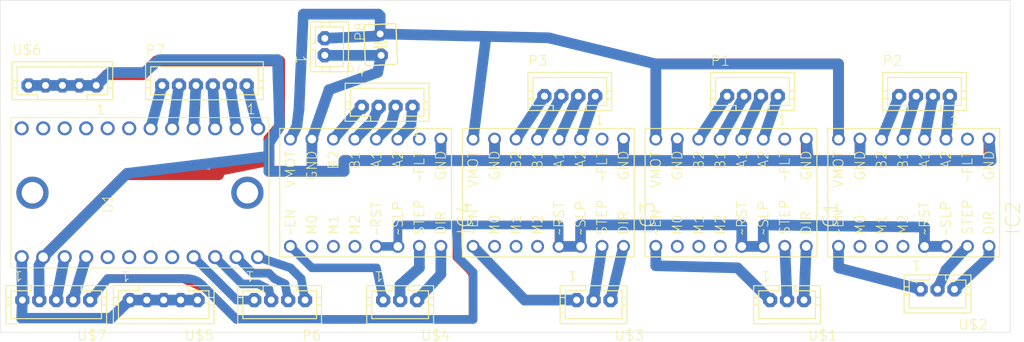
<source format=kicad_pcb>
(kicad_pcb (version 20240108) (generator "pcbnew") (generator_version "8.0")
  (layers (0 "F.Cu" signal) (31 "B.Cu" signal) (34 "B.Paste" user) (35 "F.Paste" user) (36 "B.SilkS" user "B.Silkscreen") (37 "F.SilkS" user "F.Silkscreen") (38 "B.Mask" user) (39 "F.Mask" user) (44 "Edge.Cuts" user))
  (net 0 "")
  (net 1 "N$1")
  (net 2 "N$2")
  (net 3 "N$3")
  (net 4 "N$4")
  (net 5 "N$5")
  (net 6 "N$6")
  (net 7 "N$7")
  (net 8 "N$8")
  (net 9 "N$9")
  (net 10 "N$10")
  (net 11 "N$11")
  (net 12 "N$12")
  (net 13 "N$13")
  (net 14 "N$14")
  (net 15 "N$15")
  (net 16 "N$16")
  (net 17 "N$17")
  (net 18 "N$18")
  (net 19 "N$19")
  (net 20 "N$22")
  (net 21 "N$23")
  (net 22 "N$24")
  (net 23 "N$25")
  (net 24 "N$26")
  (net 25 "N$27")
  (net 26 "N$29")
  (net 27 "N$30")
  (net 28 "N$31")
  (net 29 "N$32")
  (net 30 "N$34")
  (net 31 "N$35")
  (net 32 "N$36")
  (net 33 "N$37")
  (net 34 "N$38")
  (net 35 "N$44")
  (net 36 "N$47")
  (net 37 "N$48")
  (net 38 "N$49")
  (net 39 "N$20")
  (net 40 "N$21")
  (net 41 "N$28")
  (net 42 "N$33")
  (net 43 "N$39")
  (net 44 "N$40")
  (footprint "JST-PH6" (layer "F.Cu") (at 112.9511 95.4406)
    (property "Reference" "P7")
    (property "Value" "" (hide yes))
  )
  (footprint "JST-PH4" (layer "F.Cu") (at 156.1311 96.7106)
    (property "Reference" "P3")
    (property "Value" "" (hide yes))
  )
  (footprint "JST-PH3" (layer "F.Cu") (at 159.9411 120.8406 180)
    (property "Reference" "U$3")
    (property "Value" "JST-PH3" (hide yes))
  )
  (footprint "JST-PH4" (layer "F.Cu") (at 134.5411 97.9806)
    (property "Reference" "P4")
    (property "Value" "" (hide yes))
  )
  (footprint "JST-PH3" (layer "F.Cu") (at 137.0811 120.8406 180)
    (property "Reference" "U$4")
    (property "Value" "JST-PH3" (hide yes))
  )
  (footprint "DRV8825" (layer "F.Cu") (at 132.0011 108.1406 90)
    (property "Reference" "IC4")
    (property "Value" "2987-DRV8825")
  )
  (footprint "DRV8825" (layer "F.Cu") (at 175.1811 108.1406 90)
    (property "Reference" "IC1")
    (property "Value" "2987-DRV8825")
  )
  (footprint "DRV8825" (layer "F.Cu") (at 196.7711 108.1406 90)
    (property "Reference" "IC2")
    (property "Value" "2987-DRV8825")
  )
  (footprint "C2.5-4_116" (layer "F.Cu") (at 133.7791 90.6146 -87.4)
    (property "Reference" "C1" (hide yes))
    (property "Value" "")
  )
  (footprint "JST-PH5" (layer "F.Cu") (at 96.4411 120.8406 180)
    (property "Reference" "U$7")
    (property "Value" "JST-PH5" (hide yes))
  )
  (footprint "JST-PH5" (layer "F.Cu") (at 109.1411 120.8406 180)
    (property "Reference" "U$5")
    (property "Value" "JST-PH5" (hide yes))
  )
  (footprint "JST-PH4" (layer "F.Cu") (at 198.0411 96.7106)
    (property "Reference" "P2")
    (property "Value" "" (hide yes))
  )
  (footprint "JST-PH4" (layer "F.Cu") (at 121.8411 120.8406 180)
    (property "Reference" "P6")
    (property "Value" "" (hide yes))
  )
  (footprint "JST-PH2" (layer "F.Cu") (at 127.1751 90.8686 -90)
    (property "Reference" "P8")
    (property "Value" "" (hide yes))
  )
  (footprint "JST-PH5" (layer "F.Cu") (at 95.1711 95.4406)
    (property "Reference" "U$6")
    (property "Value" "JST-PH5" (hide yes))
  )
  (footprint "JST-PH4" (layer "F.Cu") (at 177.7211 96.7106)
    (property "Reference" "P1")
    (property "Value" "" (hide yes))
  )
  (footprint "2717" (layer "F.Cu") (at 105.3311 108.1406 90)
    (property "Reference" "U1")
    (property "Value" "2717")
  )
  (footprint "JST-PH3" (layer "F.Cu") (at 182.8011 120.8406 180)
    (property "Reference" "U$1")
    (property "Value" "JST-PH3" (hide yes))
  )
  (footprint "JST-PH3" (layer "F.Cu") (at 200.5811 119.5706 180)
    (property "Reference" "U$2")
    (property "Value" "JST-PH3" (hide yes))
  )
  (footprint "DRV8825" (layer "F.Cu") (at 153.5911 108.1406 90)
    (property "Reference" "IC3")
    (property "Value" "2987-DRV8825" (hide yes))
  )
  (gr_line (start 88.8211 85.3566) (end 88.8211 124.6506) (stroke (width 0.05)) (layer "Edge.Cuts"))
  (gr_line (start 208.1811 124.6506) (end 208.1811 85.3566) (stroke (width 0.05)) (layer "Edge.Cuts"))
  (gr_line (start 208.1811 85.3566) (end 88.8211 85.3566) (stroke (width 0.05)) (layer "Edge.Cuts"))
  (gr_line (start 88.8211 124.6506) (end 208.1811 124.6506) (stroke (width 0.05)) (layer "Edge.Cuts"))
  (segment (start 171.3711 101.7906) (end 174.7211 96.7106) (width 1.27) (layer "B.Cu") (net 1))
  (segment (start 173.9111 101.7906) (end 176.7211 96.7106) (width 1.27) (layer "B.Cu") (net 2))
  (segment (start 176.4511 101.7906) (end 178.7211 96.7106) (width 1.27) (layer "B.Cu") (net 3))
  (segment (start 178.9911 101.7906) (end 180.7211 96.7106) (width 1.27) (layer "B.Cu") (net 4))
  (segment (start 195.0411 96.7106) (end 192.9611 101.7906) (width 1.27) (layer "B.Cu") (net 5))
  (segment (start 195.5011 101.7906) (end 197.0411 96.7106) (width 1.27) (layer "B.Cu") (net 6))
  (segment (start 198.0411 101.7906) (end 199.0411 96.7106) (width 1.27) (layer "B.Cu") (net 7))
  (segment (start 200.5811 101.7906) (end 201.0411 96.7106) (width 1.27) (layer "B.Cu") (net 8))
  (segment (start 157.4011 101.7906) (end 159.1311 96.7106) (width 1.27) (layer "B.Cu") (net 9))
  (segment (start 154.8611 101.7906) (end 157.1311 96.7106) (width 1.27) (layer "B.Cu") (net 10))
  (segment (start 152.3211 101.7906) (end 155.1311 96.7106) (width 1.27) (layer "B.Cu") (net 11))
  (segment (start 149.7811 101.7906) (end 153.1311 96.7106) (width 1.27) (layer "B.Cu") (net 12))
  (segment (start 128.1911 101.7906) (end 131.5411 97.9806) (width 1.27) (layer "B.Cu") (net 13))
  (segment (start 132.7631 99.7586) (end 133.5411 97.9806) (width 1.27) (layer "B.Cu") (net 14))
  (segment (start 130.7311 101.7906) (end 132.7631 99.7586) (width 1.27) (layer "B.Cu") (net 14))
  (segment (start 133.2711 101.7906) (end 135.0491 100.0126) (width 1.27) (layer "B.Cu") (net 15))
  (segment (start 135.0491 100.0126) (end 135.5411 97.9806) (width 1.27) (layer "B.Cu") (net 15))
  (segment (start 137.3351 100.2666) (end 137.5411 97.9806) (width 1.27) (layer "B.Cu") (net 16))
  (segment (start 135.8111 101.7906) (end 137.3351 100.2666) (width 1.27) (layer "B.Cu") (net 16))
  (segment (start 138.0811 120.8406) (end 140.8911 117.7926) (width 1.27) (layer "B.Cu") (net 17))
  (segment (start 140.8911 117.7926) (end 140.8911 114.4906) (width 1.27) (layer "B.Cu") (net 17))
  (segment (start 136.0651 119.0626) (end 138.3511 117.0306) (width 1.27) (layer "B.Cu") (net 18))
  (segment (start 136.0811 120.8406) (end 136.0651 119.0626) (width 1.27) (layer "B.Cu") (net 18))
  (segment (start 138.3511 117.0306) (end 138.3511 114.4906) (width 1.27) (layer "B.Cu") (net 18))
  (segment (start 123.1111 114.4906) (end 125.6511 117.0306) (width 1.016) (layer "B.Cu") (net 19))
  (segment (start 125.6511 117.0306) (end 133.2711 117.0306) (width 1.016) (layer "B.Cu") (net 19))
  (segment (start 133.2711 117.0306) (end 134.0811 120.8406) (width 1.016) (layer "B.Cu") (net 19))
  (segment (start 160.9411 120.8406) (end 162.4811 114.4906) (width 1.27) (layer "B.Cu") (net 20))
  (segment (start 158.9411 120.8406) (end 159.9411 114.4906) (width 1.27) (layer "B.Cu") (net 21))
  (segment (start 156.9411 120.8406) (end 150.7971 120.8406) (width 1.27) (layer "B.Cu") (net 22))
  (segment (start 150.7971 120.8406) (end 144.7011 114.4906) (width 1.27) (layer "B.Cu") (net 22))
  (segment (start 205.6611 115.7606) (end 205.6611 114.4906) (width 1.27) (layer "B.Cu") (net 23))
  (segment (start 201.5811 119.5706) (end 205.6611 115.7606) (width 1.27) (layer "B.Cu") (net 23))
  (segment (start 200.5811 117.2846) (end 203.1211 114.4906) (width 1.27) (layer "B.Cu") (net 24))
  (segment (start 199.5811 119.5706) (end 200.5811 117.2846) (width 1.27) (layer "B.Cu") (net 24))
  (segment (start 187.8811 117.0306) (end 187.8811 114.4906) (width 1.27) (layer "B.Cu") (net 25))
  (segment (start 197.5811 119.5706) (end 187.8811 117.0306) (width 1.27) (layer "B.Cu") (net 25))
  (segment (start 187.8811 92.9006) (end 166.2911 92.9006) (width 1.27) (layer "F.Cu") (net 26))
  (segment (start 187.8811 101.7906) (end 187.8811 92.9006) (width 1.27) (layer "F.Cu") (net 26))
  (segment (start 166.2911 101.7906) (end 166.2911 92.9006) (width 1.27) (layer "F.Cu") (net 26))
  (segment (start 133.721487 87.203988) (end 133.5251 87.0076) (width 1.27) (layer "B.Cu") (net 26))
  (segment (start 133.721487 89.34591) (end 133.479315 89.588082) (width 1.27) (layer "B.Cu") (net 26))
  (segment (start 124.6351 87.0076) (end 124.1271 98.2346) (width 1.27) (layer "B.Cu") (net 26))
  (segment (start 123.8731 100.2666) (end 123.1111 101.7906) (width 1.27) (layer "B.Cu") (net 26))
  (segment (start 133.479315 89.588082) (end 127.1751 89.8686) (width 1.27) (layer "B.Cu") (net 26))
  (segment (start 187.8811 92.9006) (end 187.8811 101.7906) (width 1.27) (layer "B.Cu") (net 26))
  (segment (start 153.602656 89.805857) (end 153.815593 89.857794) (width 1.27) (layer "B.Cu") (net 26))
  (segment (start 146.236 89.635432) (end 153.602656 89.805857) (width 1.27) (layer "B.Cu") (net 26))
  (segment (start 133.721487 89.34591) (end 146.236 89.635432) (width 1.27) (layer "B.Cu") (net 26))
  (segment (start 124.1271 98.2346) (end 123.8731 100.2666) (width 1.27) (layer "B.Cu") (net 26))
  (segment (start 133.721487 89.34591) (end 133.721487 87.203988) (width 1.27) (layer "B.Cu") (net 26))
  (segment (start 153.815593 89.857794) (end 166.2911 92.9006) (width 1.27) (layer "B.Cu") (net 26))
  (segment (start 144.7011 101.7906) (end 146.236 89.635432) (width 1.27) (layer "B.Cu") (net 26))
  (segment (start 133.5251 87.0076) (end 124.6351 87.0076) (width 1.27) (layer "B.Cu") (net 26))
  (segment (start 187.8811 92.9006) (end 166.2911 92.9006) (width 1.27) (layer "B.Cu") (net 26))
  (segment (start 166.2911 101.7906) (end 166.2911 92.9006) (width 1.27) (layer "B.Cu") (net 26))
  (segment (start 183.8011 120.8406) (end 184.0711 114.4906) (width 1.27) (layer "B.Cu") (net 27))
  (segment (start 181.8011 120.8406) (end 181.5311 114.4906) (width 1.27) (layer "B.Cu") (net 28))
  (segment (start 166.2911 116.7766) (end 166.2911 114.4906) (width 1.27) (layer "B.Cu") (net 29))
  (segment (start 175.9431 117.0306) (end 166.2911 116.7766) (width 1.27) (layer "B.Cu") (net 29))
  (segment (start 179.8011 120.8406) (end 175.9431 117.0306) (width 1.27) (layer "B.Cu") (net 29))
  (segment (start 129.4611 104.3306) (end 129.4611 105.6006) (width 1.27) (layer "F.Cu") (net 30))
  (segment (start 205.6611 101.7906) (end 205.6611 104.3306) (width 1.27) (layer "F.Cu") (net 30))
  (segment (start 190.4211 101.7906) (end 190.4211 104.3306) (width 1.27) (layer "F.Cu") (net 30))
  (segment (start 162.4811 104.3306) (end 147.2411 104.3306) (width 1.27) (layer "F.Cu") (net 30))
  (segment (start 103.6547 106.007) (end 93.9011 115.7606) (width 1.27) (layer "F.Cu") (net 30))
  (segment (start 190.4211 104.3306) (end 184.0711 104.3306) (width 1.27) (layer "F.Cu") (net 30))
  (segment (start 114.218731 105.6006) (end 120.5711 104.3306) (width 1.27) (layer "F.Cu") (net 30))
  (segment (start 184.0711 104.3306) (end 168.8311 104.3306) (width 1.27) (layer "F.Cu") (net 30))
  (segment (start 205.6611 104.3306) (end 190.4211 104.3306) (width 1.27) (layer "F.Cu") (net 30))
  (segment (start 121.8411 100.271488) (end 120.5711 101.7906) (width 1.27) (layer "F.Cu") (net 30))
  (segment (start 184.0711 101.7906) (end 184.0711 104.3306) (width 1.27) (layer "F.Cu") (net 30))
  (segment (start 121.8411 92.545) (end 121.8411 100.271488) (width 1.27) (layer "F.Cu") (net 30))
  (segment (start 120.5711 104.3306) (end 120.5711 105.6006) (width 1.27) (layer "F.Cu") (net 30))
  (segment (start 100.1711 95.4406) (end 101.4411 94.1706) (width 1.27) (layer "F.Cu") (net 30))
  (segment (start 162.4811 101.7906) (end 162.4811 104.3306) (width 1.27) (layer "F.Cu") (net 30))
  (segment (start 105.65215 94.1706) (end 101.4411 94.1706) (width 1.27) (layer "F.Cu") (net 30))
  (segment (start 147.2411 101.7906) (end 147.2411 104.3306) (width 1.27) (layer "F.Cu") (net 30))
  (segment (start 114.625131 106.007) (end 103.6547 106.007) (width 1.27) (layer "F.Cu") (net 30))
  (segment (start 168.8311 104.3306) (end 162.4811 104.3306) (width 1.27) (layer "F.Cu") (net 30))
  (segment (start 168.8311 101.7906) (end 168.8311 104.3306) (width 1.27) (layer "F.Cu") (net 30))
  (segment (start 114.625131 106.007) (end 114.218731 105.6006) (width 1.27) (layer "F.Cu") (net 30))
  (segment (start 147.2411 104.3306) (end 140.8911 104.3306) (width 1.27) (layer "F.Cu") (net 30))
  (segment (start 140.8911 104.3306) (end 129.4611 104.3306) (width 1.27) (layer "F.Cu") (net 30))
  (segment (start 105.65215 94.1706) (end 107.27775 92.545) (width 1.27) (layer "F.Cu") (net 30))
  (segment (start 120.5711 101.7906) (end 120.5711 104.3306) (width 1.27) (layer "F.Cu") (net 30))
  (segment (start 129.4611 105.6006) (end 120.5711 105.6006) (width 1.27) (layer "F.Cu") (net 30))
  (segment (start 140.8911 101.7906) (end 140.8911 104.3306) (width 1.27) (layer "F.Cu") (net 30))
  (segment (start 107.27775 92.545) (end 121.8411 92.545) (width 1.27) (layer "F.Cu") (net 30))
  (segment (start 190.4211 101.7906) (end 190.4211 104.3306) (width 1.27) (layer "B.Cu") (net 30))
  (segment (start 190.4211 104.3306) (end 184.3251 104.3306) (width 1.27) (layer "B.Cu") (net 30))
  (segment (start 133.836709 91.883294) (end 127.511612 91.883294) (width 1.27) (layer "B.Cu") (net 30))
  (segment (start 94.1711 95.4406) (end 96.1711 95.4406) (width 1.27) (layer "B.Cu") (net 30))
  (segment (start 168.8311 104.3306) (end 162.4811 104.3306) (width 1.27) (layer "B.Cu") (net 30))
  (segment (start 127.6831 95.9486) (end 133.429381 93.896357) (width 1.27) (layer "B.Cu") (net 30))
  (segment (start 103.8071 105.8546) (end 120.5711 103.8226) (width 1.27) (layer "B.Cu") (net 30))
  (segment (start 101.7751 93.9166) (end 105.8391 93.9166) (width 1.27) (layer "B.Cu") (net 30))
  (segment (start 162.4811 104.3306) (end 147.2411 104.3306) (width 1.27) (layer "B.Cu") (net 30))
  (segment (start 98.1711 95.4406) (end 100.1711 95.4406) (width 1.27) (layer "B.Cu") (net 30))
  (segment (start 147.2411 104.3306) (end 140.8911 104.3306) (width 1.27) (layer "B.Cu") (net 30))
  (segment (start 120.5711 103.8226) (end 120.5711 105.6006) (width 1.27) (layer "B.Cu") (net 30))
  (segment (start 120.5711 105.6006) (end 125.6511 105.6006) (width 1.27) (layer "B.Cu") (net 30))
  (segment (start 93.4411 120.8406) (end 93.3931 116.7766) (width 1.27) (layer "B.Cu") (net 30))
  (segment (start 205.6611 101.7906) (end 205.9151 104.3306) (width 1.27) (layer "B.Cu") (net 30))
  (segment (start 107.6171 92.3926) (end 121.5871 92.3926) (width 1.27) (layer "B.Cu") (net 30))
  (segment (start 105.8391 93.9166) (end 107.6171 92.3926) (width 1.27) (layer "B.Cu") (net 30))
  (segment (start 125.6511 101.7906) (end 125.6511 105.6006) (width 1.27) (layer "B.Cu") (net 30))
  (segment (start 121.8411 100.2666) (end 120.5711 102.2986) (width 1.27) (layer "B.Cu") (net 30))
  (segment (start 96.1711 95.4406) (end 98.1711 95.4406) (width 1.27) (layer "B.Cu") (net 30))
  (segment (start 93.9011 115.7606) (end 103.8071 105.8546) (width 1.27) (layer "B.Cu") (net 30))
  (segment (start 168.8311 104.3306) (end 168.8311 101.7906) (width 1.27) (layer "B.Cu") (net 30))
  (segment (start 129.4611 105.6006) (end 129.4611 104.3306) (width 1.27) (layer "B.Cu") (net 30))
  (segment (start 92.1711 95.4406) (end 94.1711 95.4406) (width 1.27) (layer "B.Cu") (net 30))
  (segment (start 147.2411 104.3306) (end 147.2411 101.7906) (width 1.27) (layer "B.Cu") (net 30))
  (segment (start 127.511612 91.883294) (end 127.1751 91.8686) (width 1.27) (layer "B.Cu") (net 30))
  (segment (start 184.3251 104.3306) (end 168.8311 104.3306) (width 1.27) (layer "B.Cu") (net 30))
  (segment (start 121.5871 92.3926) (end 121.8411 100.2666) (width 1.27) (layer "B.Cu") (net 30))
  (segment (start 133.429381 93.896357) (end 133.836709 91.883294) (width 1.27) (layer "B.Cu") (net 30))
  (segment (start 127.1751 91.8686) (end 127.202781 91.845741) (width 1.27) (layer "B.Cu") (net 30))
  (segment (start 125.6511 105.6006) (end 129.4611 105.6006) (width 1.27) (layer "B.Cu") (net 30))
  (segment (start 125.6511 101.7906) (end 127.6831 95.9486) (width 1.27) (layer "B.Cu") (net 30))
  (segment (start 100.1711 95.4406) (end 101.7751 93.9166) (width 1.27) (layer "B.Cu") (net 30))
  (segment (start 120.5711 102.2986) (end 120.5711 103.8226) (width 1.27) (layer "B.Cu") (net 30))
  (segment (start 93.3931 116.7766) (end 93.9011 115.7606) (width 1.27) (layer "B.Cu") (net 30))
  (segment (start 140.8911 104.3306) (end 140.8911 101.7906) (width 1.27) (layer "B.Cu") (net 30))
  (segment (start 162.4811 104.3306) (end 162.4811 101.7906) (width 1.27) (layer "B.Cu") (net 30))
  (segment (start 184.3251 104.3306) (end 184.0711 101.7906) (width 1.27) (layer "B.Cu") (net 30))
  (segment (start 140.8911 104.3306) (end 129.4611 104.3306) (width 1.27) (layer "B.Cu") (net 30))
  (segment (start 205.9151 104.3306) (end 190.4211 104.3306) (width 1.27) (layer "B.Cu") (net 30))
  (segment (start 111.6811 115.7606) (end 116.7611 120.8406) (width 1.016) (layer "B.Cu") (net 31))
  (segment (start 116.7611 120.8406) (end 118.8411 120.8406) (width 1.016) (layer "B.Cu") (net 31))
  (segment (start 119.3011 118.9356) (end 120.5711 119.5706) (width 1.016) (layer "B.Cu") (net 32))
  (segment (start 120.5711 119.5706) (end 120.8411 120.8406) (width 1.016) (layer "B.Cu") (net 32))
  (segment (start 114.2211 115.7606) (end 117.3961 118.9356) (width 1.016) (layer "B.Cu") (net 32))
  (segment (start 117.3961 118.9356) (end 119.3011 118.9356) (width 1.016) (layer "B.Cu") (net 32))
  (segment (start 120.5711 117.6656) (end 121.2061 118.3006) (width 1.016) (layer "B.Cu") (net 33))
  (segment (start 122.4761 118.9356) (end 122.8411 120.8406) (width 1.016) (layer "B.Cu") (net 33))
  (segment (start 116.7611 115.7606) (end 118.6661 117.6656) (width 1.016) (layer "B.Cu") (net 33))
  (segment (start 121.2061 118.3006) (end 122.4761 118.9356) (width 1.016) (layer "B.Cu") (net 33))
  (segment (start 118.6661 117.6656) (end 120.5711 117.6656) (width 1.016) (layer "B.Cu") (net 33))
  (segment (start 119.3011 115.7606) (end 123.1111 117.0306) (width 1.016) (layer "B.Cu") (net 34))
  (segment (start 124.3811 118.3006) (end 124.8411 120.8406) (width 1.016) (layer "B.Cu") (net 34))
  (segment (start 123.1111 117.0306) (end 124.3811 118.3006) (width 1.016) (layer "B.Cu") (net 34))
  (segment (start 119.3011 100.5206) (end 117.9511 95.4406) (width 1.27) (layer "B.Cu") (net 35))
  (segment (start 95.4411 120.8406) (end 96.4411 115.7606) (width 1.27) (layer "B.Cu") (net 36))
  (segment (start 97.4411 120.8406) (end 98.9811 115.7606) (width 1.27) (layer "B.Cu") (net 37))
  (segment (start 112.1411 120.8406) (end 110.1411 120.8406) (width 1.27) (layer "B.Cu") (net 38))
  (segment (start 91.3611 122.9996) (end 91.4411 120.8406) (width 1.27) (layer "B.Cu") (net 38))
  (segment (start 91.4411 120.8406) (end 91.3611 115.7606) (width 1.27) (layer "B.Cu") (net 38))
  (segment (start 104.1411 120.8406) (end 102.0291 122.8726) (width 1.27) (layer "B.Cu") (net 38))
  (segment (start 108.1411 120.8406) (end 106.1411 120.8406) (width 1.27) (layer "B.Cu") (net 38))
  (segment (start 110.1411 120.8406) (end 108.1411 120.8406) (width 1.27) (layer "B.Cu") (net 38))
  (segment (start 106.1411 120.8406) (end 104.1411 120.8406) (width 1.27) (layer "B.Cu") (net 38))
  (segment (start 102.0291 122.8726) (end 101.9021 122.9996) (width 1.27) (layer "B.Cu") (net 38))
  (segment (start 101.9021 122.9996) (end 91.3611 122.9996) (width 1.27) (layer "B.Cu") (net 38))
  (segment (start 113.060575 119.461125) (end 116.72605 123.1266) (width 1.016) (layer "F.Cu") (net 39))
  (segment (start 154.8611 111.9506) (end 154.8611 114.4906) (width 1.016) (layer "F.Cu") (net 39))
  (segment (start 101.5211 118.3006) (end 110.4111 118.3006) (width 1.016) (layer "F.Cu") (net 39))
  (segment (start 116.72605 123.1266) (end 144.7011 123.1266) (width 1.016) (layer "F.Cu") (net 39))
  (segment (start 142.7961 111.9506) (end 135.8111 111.9506) (width 1.016) (layer "F.Cu") (net 39))
  (segment (start 144.7011 123.1266) (end 144.7011 118.3006) (width 1.016) (layer "F.Cu") (net 39))
  (segment (start 144.252087 117.216588) (end 142.7961 115.7606) (width 1.016) (layer "F.Cu") (net 39))
  (segment (start 142.7961 111.9506) (end 154.8611 111.9506) (width 1.016) (layer "F.Cu") (net 39))
  (segment (start 110.4111 118.3006) (end 113.060575 119.461125) (width 1.016) (layer "F.Cu") (net 39))
  (segment (start 142.7961 115.7606) (end 142.7961 111.9506) (width 1.016) (layer "F.Cu") (net 39))
  (segment (start 135.8111 111.9506) (end 135.8111 114.4906) (width 1.016) (layer "F.Cu") (net 39))
  (segment (start 99.4411 120.8406) (end 101.5211 118.3006) (width 1.016) (layer "F.Cu") (net 39))
  (arc (start 144.7011 118.3006) (mid 144.584405 117.713937) (end 144.252087 117.216588) (width 1.016) (layer "F.Cu") (net 39))
  (segment (start 178.9911 114.4906) (end 178.9911 111.9506) (width 1.27) (layer "B.Cu") (net 39))
  (segment (start 112.67905 119.04455) (end 116.7611 123.1266) (width 1.016) (layer "B.Cu") (net 39))
  (segment (start 144.7011 123.1266) (end 144.7011 117.5386) (width 1.016) (layer "B.Cu") (net 39))
  (segment (start 144.7011 117.5386) (end 142.9231 115.7606) (width 1.016) (layer "B.Cu") (net 39))
  (segment (start 142.6691 111.9506) (end 154.8611 111.9506) (width 1.016) (layer "B.Cu") (net 39))
  (segment (start 154.8611 111.9506) (end 154.8611 114.4906) (width 1.016) (layer "B.Cu") (net 39))
  (segment (start 133.2711 114.4906) (end 135.8111 114.4906) (width 1.016) (layer "B.Cu") (net 39))
  (segment (start 135.8111 111.9506) (end 142.6691 111.9506) (width 1.016) (layer "B.Cu") (net 39))
  (segment (start 178.9911 114.4906) (end 176.4511 114.4906) (width 1.27) (layer "B.Cu") (net 39))
  (segment (start 198.0411 112.2046) (end 198.0411 114.4906) (width 1.27) (layer "B.Cu") (net 39))
  (segment (start 154.8611 114.4906) (end 157.4011 114.4906) (width 1.27) (layer "B.Cu") (net 39))
  (segment (start 116.7611 123.1266) (end 144.7011 123.1266) (width 1.016) (layer "B.Cu") (net 39))
  (segment (start 178.9911 111.9506) (end 198.0411 112.2046) (width 1.27) (layer "B.Cu") (net 39))
  (segment (start 142.9231 115.7606) (end 142.6691 111.9506) (width 1.016) (layer "B.Cu") (net 39))
  (segment (start 101.5211 118.3006) (end 110.882996 118.3006) (width 1.016) (layer "B.Cu") (net 39))
  (segment (start 157.4011 114.4906) (end 157.4011 111.9506) (width 1.27) (layer "B.Cu") (net 39))
  (segment (start 198.0411 114.4906) (end 200.5811 114.4906) (width 1.27) (layer "B.Cu") (net 39))
  (segment (start 135.8111 111.9506) (end 135.8111 114.4906) (width 1.016) (layer "B.Cu") (net 39))
  (segment (start 157.4011 111.9506) (end 176.4511 111.9506) (width 1.27) (layer "B.Cu") (net 39))
  (segment (start 99.4411 120.8406) (end 101.5211 118.3006) (width 1.016) (layer "B.Cu") (net 39))
  (segment (start 176.4511 111.9506) (end 176.4511 114.4906) (width 1.27) (layer "B.Cu") (net 39))
  (arc (start 110.882996 118.3006) (mid 111.855013 118.493947) (end 112.67905 119.04455) (width 1.016) (layer "B.Cu") (net 39))
  (segment (start 116.7611 100.5206) (end 115.9511 95.4406) (width 1.27) (layer "B.Cu") (net 40))
  (segment (start 114.2211 100.5206) (end 113.9511 95.4406) (width 1.27) (layer "B.Cu") (net 41))
  (segment (start 111.6811 100.5206) (end 111.9511 95.4406) (width 1.27) (layer "B.Cu") (net 42))
  (segment (start 109.1411 100.5206) (end 109.9511 95.4406) (width 1.27) (layer "B.Cu") (net 43))
  (segment (start 106.6011 100.5206) (end 107.9511 95.4406) (width 1.27) (layer "B.Cu") (net 44))
)
</source>
